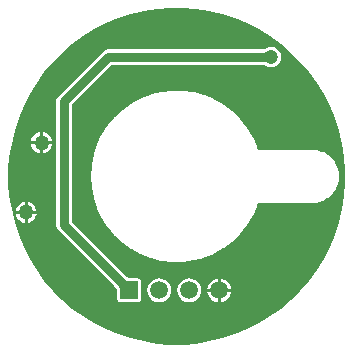
<source format=gbl>
G04 Layer_Physical_Order=2*
G04 Layer_Color=16711680*
%FSLAX25Y25*%
%MOIN*%
G70*
G01*
G75*
%ADD17C,0.02953*%
%ADD20C,0.05905*%
%ADD21R,0.05905X0.05905*%
%ADD22C,0.05000*%
%ADD23C,0.04724*%
G36*
X155301Y123629D02*
X150949Y122940D01*
X146664Y121911D01*
X142473Y120549D01*
X138402Y118863D01*
X134476Y116862D01*
X130719Y114560D01*
X127154Y111970D01*
X123803Y109108D01*
X120687Y105992D01*
X117825Y102641D01*
X115235Y99076D01*
X112933Y95319D01*
X110933Y91393D01*
X109246Y87322D01*
X107885Y83131D01*
X106856Y78846D01*
X106167Y74494D01*
X105821Y70101D01*
Y67898D01*
Y65694D01*
X106167Y61301D01*
X106856Y56949D01*
X107885Y52664D01*
X109246Y48474D01*
X110933Y44402D01*
X112933Y40476D01*
X115235Y36719D01*
X117825Y33154D01*
X120687Y29803D01*
X123803Y26687D01*
X127154Y23825D01*
X130719Y21235D01*
X134476Y18933D01*
X138402Y16932D01*
X142473Y15246D01*
X146664Y13884D01*
X150949Y12856D01*
X155301Y12166D01*
X159694Y11821D01*
X164101D01*
X168494Y12166D01*
X172846Y12856D01*
X177131Y13884D01*
X181322Y15246D01*
X185393Y16932D01*
X189319Y18933D01*
X193076Y21235D01*
X196641Y23825D01*
X199992Y26687D01*
X203108Y29803D01*
X205970Y33154D01*
X208560Y36719D01*
X210862Y40476D01*
X212863Y44402D01*
X214549Y48473D01*
X215911Y52664D01*
X216940Y56949D01*
X217629Y61301D01*
X217975Y65694D01*
Y67898D01*
Y70101D01*
X217629Y74494D01*
X216940Y78846D01*
X215911Y83131D01*
X214549Y87322D01*
X212863Y91393D01*
X210862Y95319D01*
X208560Y99076D01*
X205970Y102641D01*
X203108Y105992D01*
X199992Y109108D01*
X196641Y111970D01*
X193076Y114560D01*
X189319Y116862D01*
X185393Y118863D01*
X181322Y120549D01*
X177131Y121911D01*
X172846Y122940D01*
X168494Y123629D01*
X164101Y123975D01*
X159694D01*
X155301Y123629D01*
D02*
G37*
%LPC*%
G36*
X176579Y33842D02*
X177111Y33772D01*
X178072Y33374D01*
X178898Y32740D01*
X179532Y31915D01*
X179930Y30953D01*
X180000Y30421D01*
X176579D01*
Y33842D01*
D02*
G37*
G36*
Y29421D02*
X180000D01*
X179930Y28889D01*
X179532Y27928D01*
X178898Y27102D01*
X178072Y26469D01*
X177111Y26070D01*
X176579Y26000D01*
Y29421D01*
D02*
G37*
G36*
X112248Y55405D02*
X115212D01*
X115158Y54992D01*
X114805Y54140D01*
X114244Y53409D01*
X113513Y52848D01*
X112662Y52496D01*
X112248Y52441D01*
Y55405D01*
D02*
G37*
G36*
X175579Y33842D02*
Y30421D01*
X172158D01*
X172228Y30953D01*
X172626Y31915D01*
X173260Y32740D01*
X174085Y33374D01*
X175047Y33772D01*
X175579Y33842D01*
D02*
G37*
G36*
X156079Y33908D02*
X157111Y33772D01*
X158072Y33374D01*
X158898Y32740D01*
X159531Y31915D01*
X159930Y30953D01*
X160066Y29921D01*
X159930Y28889D01*
X159531Y27928D01*
X158898Y27102D01*
X158072Y26469D01*
X157111Y26070D01*
X156079Y25934D01*
X155047Y26070D01*
X154085Y26469D01*
X153260Y27102D01*
X152626Y27928D01*
X152228Y28889D01*
X152092Y29921D01*
X152228Y30953D01*
X152626Y31915D01*
X153260Y32740D01*
X154085Y33374D01*
X155047Y33772D01*
X156079Y33908D01*
D02*
G37*
G36*
X166079D02*
X167111Y33772D01*
X168072Y33374D01*
X168898Y32740D01*
X169532Y31915D01*
X169930Y30953D01*
X170066Y29921D01*
X169930Y28889D01*
X169532Y27928D01*
X168898Y27102D01*
X168072Y26469D01*
X167111Y26070D01*
X166079Y25934D01*
X165047Y26070D01*
X164085Y26469D01*
X163260Y27102D01*
X162626Y27928D01*
X162228Y28889D01*
X162092Y29921D01*
X162228Y30953D01*
X162626Y31915D01*
X163260Y32740D01*
X164085Y33374D01*
X165047Y33772D01*
X166079Y33908D01*
D02*
G37*
G36*
X172158Y29421D02*
X175579D01*
Y26000D01*
X175047Y26070D01*
X174085Y26469D01*
X173260Y27102D01*
X172626Y27928D01*
X172228Y28889D01*
X172158Y29421D01*
D02*
G37*
G36*
X193441Y111068D02*
X194319Y110953D01*
X195137Y110614D01*
X195839Y110075D01*
X196378Y109373D01*
X196717Y108555D01*
X196832Y107677D01*
X196717Y106799D01*
X196378Y105982D01*
X195839Y105279D01*
X195137Y104740D01*
X194319Y104402D01*
X193441Y104286D01*
X192563Y104402D01*
X191745Y104740D01*
X191242Y105127D01*
X190840Y105152D01*
X140156D01*
X126871Y91868D01*
Y52699D01*
X144424Y35147D01*
X144977Y34633D01*
X145444Y34259D01*
X145860Y33969D01*
X145991Y33894D01*
X149031D01*
X149422Y33816D01*
X149752Y33595D01*
X149973Y33264D01*
X150051Y32874D01*
Y26969D01*
X149973Y26578D01*
X149752Y26248D01*
X149422Y26026D01*
X149031Y25949D01*
X143126D01*
X142736Y26026D01*
X142405Y26248D01*
X142184Y26578D01*
X142106Y26969D01*
Y30009D01*
X142031Y30140D01*
X141749Y30545D01*
X140998Y31431D01*
X122561Y49868D01*
X122014Y50687D01*
X121822Y51653D01*
Y92913D01*
X122014Y93880D01*
X122561Y94699D01*
X137325Y109462D01*
X138144Y110010D01*
X139110Y110202D01*
X191037D01*
X191166Y110212D01*
X191233Y110221D01*
X191745Y110614D01*
X192563Y110953D01*
X193441Y111068D01*
D02*
G37*
G36*
X160567Y96430D02*
X163801Y96398D01*
X163988Y96371D01*
X164176Y96370D01*
X167380Y95930D01*
X167562Y95880D01*
X167749Y95855D01*
X170872Y95015D01*
X171046Y94942D01*
X171229Y94894D01*
X174221Y93666D01*
X174384Y93572D01*
X174559Y93501D01*
X177373Y91906D01*
X177523Y91792D01*
X177688Y91700D01*
X180277Y89762D01*
X180412Y89631D01*
X180564Y89518D01*
X182888Y87270D01*
X183005Y87122D01*
X183142Y86991D01*
X185164Y84467D01*
X185262Y84306D01*
X185380Y84159D01*
X187068Y81401D01*
X187145Y81228D01*
X187244Y81068D01*
X188570Y78118D01*
X188624Y77937D01*
X188702Y77766D01*
X189003Y76781D01*
X207173D01*
X207328Y76761D01*
X207485Y76765D01*
X208713Y76636D01*
X209015Y76563D01*
X209321Y76507D01*
X210496Y76125D01*
X210777Y75991D01*
X211065Y75872D01*
X212134Y75254D01*
X212381Y75065D01*
X212637Y74888D01*
X213555Y74063D01*
X213757Y73826D01*
X213971Y73600D01*
X214697Y72601D01*
X214846Y72327D01*
X215008Y72062D01*
X215511Y70934D01*
X215599Y70635D01*
X215703Y70342D01*
X215960Y69134D01*
X215984Y68824D01*
X216025Y68515D01*
Y67280D01*
X215984Y66971D01*
X215960Y66661D01*
X215703Y65453D01*
X215599Y65160D01*
X215511Y64861D01*
X215008Y63734D01*
X214846Y63468D01*
X214697Y63194D01*
X213971Y62195D01*
X213757Y61970D01*
X213555Y61733D01*
X212637Y60907D01*
X212381Y60730D01*
X212134Y60541D01*
X211064Y59923D01*
X210777Y59804D01*
X210496Y59670D01*
X209321Y59289D01*
X209015Y59232D01*
X208712Y59159D01*
X207485Y59030D01*
X207328Y59034D01*
X207173Y59014D01*
X189003D01*
X188702Y58030D01*
X188624Y57858D01*
X188570Y57677D01*
X187244Y54728D01*
X187145Y54567D01*
X187068Y54395D01*
X185380Y51636D01*
X185262Y51489D01*
X185164Y51328D01*
X183142Y48804D01*
X183005Y48673D01*
X182888Y48526D01*
X180564Y46277D01*
X180412Y46165D01*
X180277Y46033D01*
X177688Y44095D01*
X177523Y44003D01*
X177373Y43889D01*
X174559Y42294D01*
X174384Y42223D01*
X174221Y42129D01*
X171229Y40901D01*
X171046Y40853D01*
X170872Y40781D01*
X167749Y39940D01*
X167562Y39915D01*
X167380Y39865D01*
X164176Y39425D01*
X163988Y39424D01*
X163801Y39398D01*
X160567Y39365D01*
X160380Y39388D01*
X160191Y39385D01*
X156979Y39761D01*
X156796Y39807D01*
X156608Y39828D01*
X153469Y40606D01*
X153293Y40675D01*
X153110Y40720D01*
X150094Y41887D01*
X149928Y41978D01*
X149752Y42045D01*
X146908Y43584D01*
X146755Y43694D01*
X146589Y43783D01*
X143961Y45669D01*
X143823Y45798D01*
X143669Y45907D01*
X141300Y48108D01*
X141180Y48254D01*
X141041Y48382D01*
X138969Y50864D01*
X138868Y51024D01*
X138746Y51168D01*
X137003Y53892D01*
X136923Y54063D01*
X136821Y54222D01*
X135436Y57144D01*
X135378Y57324D01*
X135296Y57494D01*
X134291Y60568D01*
X134256Y60753D01*
X134197Y60932D01*
X133587Y64108D01*
X133576Y64297D01*
X133539Y64482D01*
X133335Y67709D01*
X133348Y67898D01*
X133335Y68086D01*
X133539Y71314D01*
X133576Y71499D01*
X133587Y71687D01*
X134197Y74863D01*
X134256Y75042D01*
X134291Y75227D01*
X135296Y78301D01*
X135378Y78471D01*
X135436Y78651D01*
X136821Y81573D01*
X136923Y81732D01*
X137003Y81903D01*
X138746Y84627D01*
X138868Y84772D01*
X138969Y84931D01*
X141041Y87414D01*
X141180Y87542D01*
X141300Y87687D01*
X143669Y89888D01*
X143823Y89998D01*
X143961Y90127D01*
X146589Y92012D01*
X146755Y92101D01*
X146908Y92212D01*
X149752Y93750D01*
X149928Y93818D01*
X150094Y93908D01*
X153110Y95076D01*
X153294Y95120D01*
X153469Y95189D01*
X156608Y95967D01*
X156796Y95988D01*
X156979Y96034D01*
X160191Y96410D01*
X160380Y96407D01*
X160567Y96430D01*
D02*
G37*
G36*
X113402Y78634D02*
X116366D01*
Y75669D01*
X115953Y75724D01*
X115101Y76077D01*
X114370Y76638D01*
X113809Y77369D01*
X113456Y78220D01*
X113402Y78634D01*
D02*
G37*
G36*
X116366Y82598D02*
Y79634D01*
X113402D01*
X113456Y80048D01*
X113809Y80899D01*
X114370Y81630D01*
X115101Y82191D01*
X115953Y82544D01*
X116366Y82598D01*
D02*
G37*
G36*
X117366D02*
X117780Y82544D01*
X118631Y82191D01*
X119362Y81630D01*
X119923Y80899D01*
X120276Y80048D01*
X120331Y79634D01*
X117366D01*
Y82598D01*
D02*
G37*
G36*
Y78634D02*
X120331D01*
X120276Y78220D01*
X119923Y77369D01*
X119362Y76638D01*
X118631Y76077D01*
X117780Y75724D01*
X117366Y75669D01*
Y78634D01*
D02*
G37*
G36*
X108284Y55405D02*
X111248D01*
Y52441D01*
X110834Y52496D01*
X109983Y52848D01*
X109252Y53409D01*
X108691Y54140D01*
X108338Y54992D01*
X108284Y55405D01*
D02*
G37*
G36*
X112248Y59370D02*
X112662Y59315D01*
X113513Y58963D01*
X114244Y58402D01*
X114805Y57671D01*
X115158Y56819D01*
X115212Y56406D01*
X112248D01*
Y59370D01*
D02*
G37*
G36*
X111248D02*
Y56406D01*
X108284D01*
X108338Y56819D01*
X108691Y57671D01*
X109252Y58402D01*
X109983Y58963D01*
X110834Y59315D01*
X111248Y59370D01*
D02*
G37*
%LPD*%
G36*
X191707Y109297D02*
X191635Y109267D01*
X191539Y109240D01*
X191419Y109217D01*
X191274Y109198D01*
X190910Y109169D01*
X190180Y109153D01*
Y106201D01*
X190447Y106199D01*
X191419Y106137D01*
X191539Y106114D01*
X191635Y106087D01*
X191707Y106057D01*
X191754Y106024D01*
Y109331D01*
X191707Y109297D01*
D02*
G37*
G36*
X141051Y32861D02*
X141637Y32254D01*
X142558Y31167D01*
X142893Y30687D01*
X143145Y30248D01*
X143313Y29851D01*
X143398Y29497D01*
X143399Y29184D01*
X143317Y28914D01*
X143151Y28685D01*
X147315Y32849D01*
X147086Y32683D01*
X146816Y32601D01*
X146503Y32602D01*
X146149Y32687D01*
X145752Y32855D01*
X145313Y33107D01*
X144833Y33442D01*
X144310Y33861D01*
X143139Y34949D01*
X141051Y32861D01*
D02*
G37*
D17*
X124346Y51653D02*
Y92913D01*
X146079Y29921D02*
X124346Y51653D01*
X139110Y107677D02*
X124346Y92913D01*
X193441Y107677D02*
X139110D01*
D20*
X176079Y29921D02*
D03*
X166079D02*
D03*
X156079D02*
D03*
D21*
X146079D02*
D03*
D22*
X116866Y79134D02*
D03*
X111748Y55905D02*
D03*
D23*
X193441Y107677D02*
D03*
M02*

</source>
